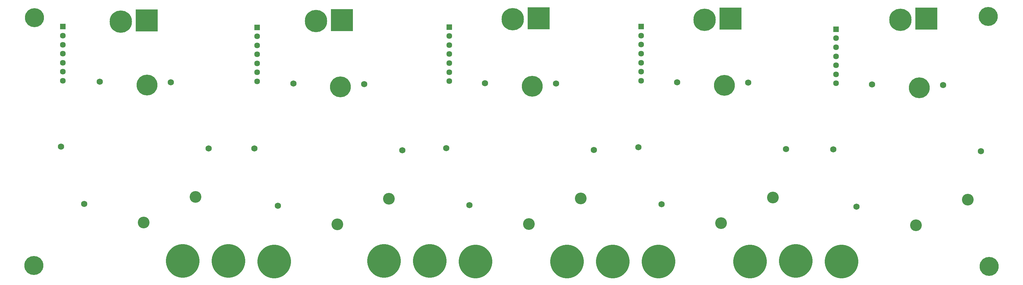
<source format=gbs>
G04*
G04 #@! TF.GenerationSoftware,Altium Limited,Altium Designer,19.1.7 (138)*
G04*
G04 Layer_Color=16711935*
%FSLAX25Y25*%
%MOIN*%
G70*
G01*
G75*
%ADD14C,0.36800*%
%ADD15C,0.24422*%
%ADD16R,0.24422X0.24422*%
%ADD17C,0.12800*%
%ADD18C,0.22800*%
%ADD19C,0.06800*%
%ADD20R,0.06343X0.06343*%
%ADD21C,0.06343*%
%ADD22C,0.20800*%
D14*
X280000Y64000D02*
D03*
X230000Y64500D02*
D03*
X180000D02*
D03*
X800000Y64000D02*
D03*
X850000Y64500D02*
D03*
X900000Y64000D02*
D03*
X400000Y64500D02*
D03*
X450000D02*
D03*
X500000Y64000D02*
D03*
X700000D02*
D03*
X650000D02*
D03*
X600000D02*
D03*
D15*
X964327Y328299D02*
D03*
X750327D02*
D03*
X540827Y328799D02*
D03*
X325827Y326799D02*
D03*
X112327Y326299D02*
D03*
D16*
X992673Y329500D02*
D03*
X778673D02*
D03*
X569173Y330000D02*
D03*
X354173Y328000D02*
D03*
X140673Y327500D02*
D03*
D17*
X981500Y103500D02*
D03*
X1038000Y131500D02*
D03*
X768500Y106000D02*
D03*
X825000Y134000D02*
D03*
X558500Y105000D02*
D03*
X615000Y133000D02*
D03*
X137500Y106500D02*
D03*
X194000Y134500D02*
D03*
X349000Y104500D02*
D03*
X405500Y132500D02*
D03*
D18*
X985000Y254000D02*
D03*
X772000Y256500D02*
D03*
X562000Y255500D02*
D03*
X141000Y257000D02*
D03*
X352500Y255000D02*
D03*
D19*
X1052500Y184500D02*
D03*
X916500Y124000D02*
D03*
X891000Y186500D02*
D03*
X933500Y257500D02*
D03*
X1011000Y257000D02*
D03*
X839500Y187000D02*
D03*
X703500Y126500D02*
D03*
X678000Y189000D02*
D03*
X720500Y260000D02*
D03*
X798000Y259500D02*
D03*
X629500Y186000D02*
D03*
X493500Y125500D02*
D03*
X468000Y188000D02*
D03*
X510500Y259000D02*
D03*
X588000Y258500D02*
D03*
X208500Y187500D02*
D03*
X72500Y127000D02*
D03*
X47000Y189500D02*
D03*
X89500Y260500D02*
D03*
X167000Y260000D02*
D03*
X420000Y185500D02*
D03*
X284000Y125000D02*
D03*
X258500Y187500D02*
D03*
X301000Y258500D02*
D03*
X378500Y258000D02*
D03*
D20*
X471500Y320213D02*
D03*
X261500Y320000D02*
D03*
X49000Y320685D02*
D03*
X894000Y317870D02*
D03*
X681000Y320713D02*
D03*
D21*
X471500Y310370D02*
D03*
Y300528D02*
D03*
Y290685D02*
D03*
Y280842D02*
D03*
Y271000D02*
D03*
Y261157D02*
D03*
X261500Y310157D02*
D03*
Y300315D02*
D03*
Y290472D02*
D03*
Y280630D02*
D03*
Y270787D02*
D03*
Y260945D02*
D03*
X49000Y310842D02*
D03*
Y301000D02*
D03*
Y291158D02*
D03*
Y281315D02*
D03*
Y271472D02*
D03*
Y261630D02*
D03*
X894000Y308028D02*
D03*
Y298185D02*
D03*
Y288342D02*
D03*
Y278500D02*
D03*
Y268657D02*
D03*
Y258815D02*
D03*
X681000Y310870D02*
D03*
Y301028D02*
D03*
Y291185D02*
D03*
Y281343D02*
D03*
Y271500D02*
D03*
Y261658D02*
D03*
D22*
X1060500Y332000D02*
D03*
X1061500Y58500D02*
D03*
X18000Y330500D02*
D03*
X17500Y59500D02*
D03*
M02*

</source>
